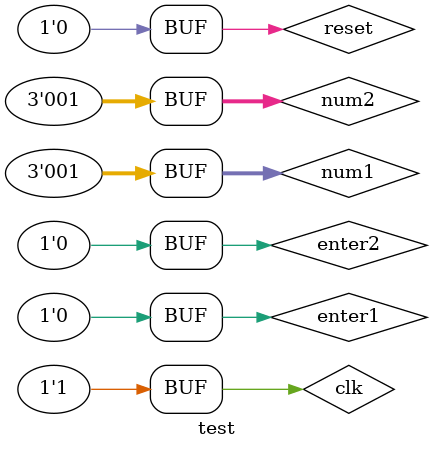
<source format=v>
`timescale 1ns / 1ps

module test;

	// Inputs
	reg clk;
	reg [2:0] num1;
	reg [2:0] num2;
	reg enter1;
	reg enter2;
	reg reset;

	// Outputs
	wire [7:0] res;

	// Instantiate the Unit Under Test (UUT)
	main uut (
		.clk(clk), 
		.num1(num1), 
		.num2(num2), 
		.enter1(enter1), 
		.enter2(enter2), 
		.reset(reset), 
		.res(res)
	);

	initial begin
		// Initialize Inputs
		clk = 0;
		num1 = 0;
		num2 = 0;
		enter1 = 0;
		enter2 = 0;
		reset = 0;

		// Wait 100 ns for global reset to finish
		#100;
		
		clk = 1;
		num1 = 3'b001;
		num2 = 0;
		enter1 = 0;
		enter2 = 0;
		reset = 0;
		
		#100;
		
		clk = 0;
		num1 = 3'b001;
		num2 = 0;
		enter1 = 0;
		enter2 = 0;
		reset = 0;
		
		#100;
		
		clk = 1;
		num1 = 3'b001;
		num2 = 3'b001;
		enter1 = 1;
		enter2 = 0;
		reset = 0;
		
		#100;
		
		clk = 0;
		num1 = 3'b001;
		num2 = 3'b001;
		enter1 = 0;
		enter2 = 0;
		reset = 0;
		
		#100;
		
		clk = 1;
		num1 = 3'b001;
		num2 = 3'b001;
		enter1 = 0;
		enter2 = 1;
		reset = 0;
		
		#100;
		
		clk = 0;
		num1 = 3'b001;
		num2 = 3'b001;
		enter1 = 0;
		enter2 = 0;
		reset = 0;
		
		#100;
		
		clk = 1;
		num1 = 3'b001;
		num2 = 3'b001;
		enter1 = 0;
		enter2 = 0;
		reset = 0;
        
		// Add stimulus here

	end
      
endmodule


</source>
